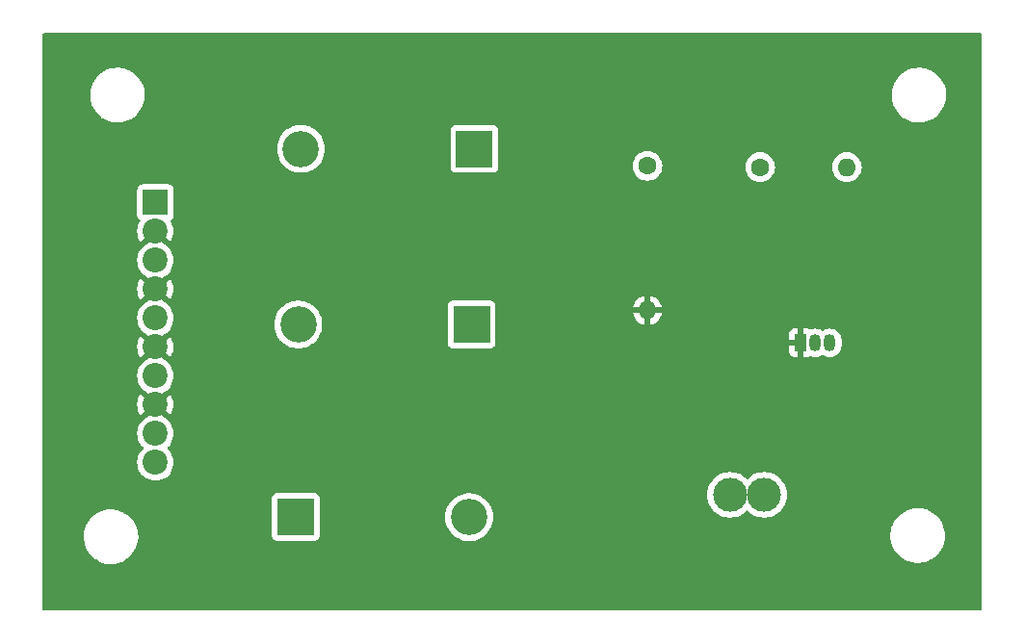
<source format=gbr>
%TF.GenerationSoftware,KiCad,Pcbnew,7.0.8*%
%TF.CreationDate,2025-03-29T18:24:55-04:00*%
%TF.ProjectId,v2315power,76323331-3570-46f7-9765-722e6b696361,rev?*%
%TF.SameCoordinates,Original*%
%TF.FileFunction,Copper,L2,Bot*%
%TF.FilePolarity,Positive*%
%FSLAX46Y46*%
G04 Gerber Fmt 4.6, Leading zero omitted, Abs format (unit mm)*
G04 Created by KiCad (PCBNEW 7.0.8) date 2025-03-29 18:24:55*
%MOMM*%
%LPD*%
G01*
G04 APERTURE LIST*
%TA.AperFunction,ComponentPad*%
%ADD10R,2.200000X2.200000*%
%TD*%
%TA.AperFunction,ComponentPad*%
%ADD11C,2.200000*%
%TD*%
%TA.AperFunction,ComponentPad*%
%ADD12C,1.600000*%
%TD*%
%TA.AperFunction,ComponentPad*%
%ADD13O,1.600000X1.600000*%
%TD*%
%TA.AperFunction,ComponentPad*%
%ADD14C,3.000000*%
%TD*%
%TA.AperFunction,ComponentPad*%
%ADD15R,3.200000X3.200000*%
%TD*%
%TA.AperFunction,ComponentPad*%
%ADD16O,3.200000X3.200000*%
%TD*%
%TA.AperFunction,ComponentPad*%
%ADD17R,1.050000X1.500000*%
%TD*%
%TA.AperFunction,ComponentPad*%
%ADD18O,1.050000X1.500000*%
%TD*%
G04 APERTURE END LIST*
D10*
%TO.P,J1,1,Pin_1*%
%TO.N,Net-(D1-A)*%
X92120000Y-80990000D03*
D11*
%TO.P,J1,2,Pin_2*%
%TO.N,GNDREF*%
X92120000Y-83530000D03*
%TO.P,J1,3,Pin_3*%
%TO.N,Net-(J1-Pin_3)*%
X92120000Y-86070000D03*
%TO.P,J1,4,Pin_4*%
%TO.N,GNDREF*%
X92120000Y-88610000D03*
%TO.P,J1,5,Pin_5*%
%TO.N,Net-(J1-Pin_3)*%
X92120000Y-91150000D03*
%TO.P,J1,6,Pin_6*%
%TO.N,GNDREF*%
X92120000Y-93690000D03*
%TO.P,J1,7,Pin_7*%
%TO.N,Net-(D3-K)*%
X92120000Y-96230000D03*
%TO.P,J1,8,Pin_8*%
%TO.N,GNDREF*%
X92120000Y-98770000D03*
%TO.P,J1,9,Pin_9*%
%TO.N,Net-(J1-Pin_3)*%
X92120000Y-101310000D03*
%TO.P,J1,10,Pin_10*%
%TO.N,Net-(D2-A)*%
X92120000Y-103850000D03*
%TD*%
D12*
%TO.P,R1,1*%
%TO.N,Net-(D1-A)*%
X135360000Y-77760000D03*
D13*
%TO.P,R1,2*%
%TO.N,GNDREF*%
X135360000Y-90460000D03*
%TD*%
D14*
%TO.P,J2,1,Pin_1*%
%TO.N,Net-(J2-Pin_1)*%
X142620000Y-106700000D03*
X145620000Y-106700000D03*
%TD*%
D15*
%TO.P,D2,1,K*%
%TO.N,Net-(D1-K)*%
X119910000Y-91720000D03*
D16*
%TO.P,D2,2,A*%
%TO.N,Net-(D2-A)*%
X104670000Y-91720000D03*
%TD*%
D17*
%TO.P,Q1,1,E*%
%TO.N,GNDREF*%
X148850000Y-93330000D03*
D18*
%TO.P,Q1,2,B*%
%TO.N,Net-(Q1-B)*%
X150120000Y-93330000D03*
%TO.P,Q1,3,C*%
%TO.N,Net-(J2-Pin_1)*%
X151390000Y-93330000D03*
%TD*%
D12*
%TO.P,R2,1*%
%TO.N,Net-(D1-A)*%
X145270000Y-77880000D03*
D13*
%TO.P,R2,2*%
%TO.N,Net-(Q1-B)*%
X152890000Y-77880000D03*
%TD*%
D15*
%TO.P,D1,1,K*%
%TO.N,Net-(D1-K)*%
X120150000Y-76270000D03*
D16*
%TO.P,D1,2,A*%
%TO.N,Net-(D1-A)*%
X104910000Y-76270000D03*
%TD*%
D15*
%TO.P,D3,1,K*%
%TO.N,Net-(D3-K)*%
X104450000Y-108660000D03*
D16*
%TO.P,D3,2,A*%
%TO.N,Net-(D1-K)*%
X119690000Y-108660000D03*
%TD*%
%TA.AperFunction,Conductor*%
%TO.N,GNDREF*%
G36*
X164692539Y-66110185D02*
G01*
X164738294Y-66162989D01*
X164749500Y-66214500D01*
X164749500Y-116746000D01*
X164729815Y-116813039D01*
X164677011Y-116858794D01*
X164625500Y-116870000D01*
X82324500Y-116870000D01*
X82257461Y-116850315D01*
X82211706Y-116797511D01*
X82200500Y-116746000D01*
X82200500Y-110312903D01*
X85805793Y-110312903D01*
X85815672Y-110620970D01*
X85815672Y-110620975D01*
X85815673Y-110620978D01*
X85864867Y-110925261D01*
X85909137Y-111074419D01*
X85952571Y-111220763D01*
X86028643Y-111392609D01*
X86077337Y-111502609D01*
X86237123Y-111766193D01*
X86237127Y-111766198D01*
X86237133Y-111766207D01*
X86429297Y-112007174D01*
X86429299Y-112007176D01*
X86429303Y-112007180D01*
X86429304Y-112007181D01*
X86650724Y-112221614D01*
X86817862Y-112346352D01*
X86897741Y-112405968D01*
X86897743Y-112405969D01*
X86897747Y-112405972D01*
X87166318Y-112557228D01*
X87288689Y-112606771D01*
X87452018Y-112672897D01*
X87452023Y-112672898D01*
X87452025Y-112672899D01*
X87750179Y-112751084D01*
X88055883Y-112790500D01*
X88055890Y-112790500D01*
X88286980Y-112790500D01*
X88385814Y-112784154D01*
X88517601Y-112775693D01*
X88820151Y-112716772D01*
X89112683Y-112619644D01*
X89112689Y-112619640D01*
X89112693Y-112619640D01*
X89341108Y-112509641D01*
X89390393Y-112485907D01*
X89648720Y-112317754D01*
X89883424Y-112117948D01*
X90090650Y-111889769D01*
X90266996Y-111636963D01*
X90409567Y-111363683D01*
X90516020Y-111074415D01*
X90584609Y-110773908D01*
X90614206Y-110467098D01*
X90609100Y-110307870D01*
X102349500Y-110307870D01*
X102349501Y-110307876D01*
X102355908Y-110367483D01*
X102406202Y-110502328D01*
X102406206Y-110502335D01*
X102492452Y-110617544D01*
X102492455Y-110617547D01*
X102607664Y-110703793D01*
X102607671Y-110703797D01*
X102742517Y-110754091D01*
X102742516Y-110754091D01*
X102749444Y-110754835D01*
X102802127Y-110760500D01*
X106097872Y-110760499D01*
X106157483Y-110754091D01*
X106292331Y-110703796D01*
X106407546Y-110617546D01*
X106493796Y-110502331D01*
X106544091Y-110367483D01*
X106550500Y-110307873D01*
X106550499Y-108660000D01*
X117584592Y-108660000D01*
X117604201Y-108946680D01*
X117662666Y-109228034D01*
X117662667Y-109228037D01*
X117758894Y-109498793D01*
X117758893Y-109498793D01*
X117891098Y-109753935D01*
X118056812Y-109988700D01*
X118113156Y-110049029D01*
X118252947Y-110198708D01*
X118475853Y-110380055D01*
X118691132Y-110510970D01*
X118721382Y-110529365D01*
X118908237Y-110610526D01*
X118984942Y-110643844D01*
X119261642Y-110721371D01*
X119499694Y-110754091D01*
X119546321Y-110760500D01*
X119546322Y-110760500D01*
X119833679Y-110760500D01*
X119880306Y-110754091D01*
X120118358Y-110721371D01*
X120395058Y-110643844D01*
X120508015Y-110594779D01*
X120658617Y-110529365D01*
X120658620Y-110529363D01*
X120658625Y-110529361D01*
X120904147Y-110380055D01*
X121121897Y-110202903D01*
X156705793Y-110202903D01*
X156715672Y-110510970D01*
X156715672Y-110510975D01*
X156715673Y-110510978D01*
X156764867Y-110815261D01*
X156809137Y-110964419D01*
X156852571Y-111110763D01*
X156964532Y-111363683D01*
X156977337Y-111392609D01*
X157137123Y-111656193D01*
X157137127Y-111656198D01*
X157137133Y-111656207D01*
X157329297Y-111897174D01*
X157329299Y-111897176D01*
X157329303Y-111897180D01*
X157329304Y-111897181D01*
X157550724Y-112111614D01*
X157698109Y-112221610D01*
X157797741Y-112295968D01*
X157797743Y-112295969D01*
X157797747Y-112295972D01*
X158066318Y-112447228D01*
X158207057Y-112504207D01*
X158352018Y-112562897D01*
X158352023Y-112562898D01*
X158352025Y-112562899D01*
X158650179Y-112641084D01*
X158955883Y-112680500D01*
X158955890Y-112680500D01*
X159186980Y-112680500D01*
X159285814Y-112674154D01*
X159417601Y-112665693D01*
X159720151Y-112606772D01*
X160012683Y-112509644D01*
X160012689Y-112509640D01*
X160012693Y-112509640D01*
X160227970Y-112405968D01*
X160290393Y-112375907D01*
X160548720Y-112207754D01*
X160783424Y-112007948D01*
X160990650Y-111779769D01*
X161166996Y-111526963D01*
X161309567Y-111253683D01*
X161416020Y-110964415D01*
X161484609Y-110663908D01*
X161514206Y-110357098D01*
X161512627Y-110307872D01*
X161509127Y-110198708D01*
X161504327Y-110049022D01*
X161455133Y-109744739D01*
X161367431Y-109449244D01*
X161367429Y-109449239D01*
X161367428Y-109449236D01*
X161242666Y-109167398D01*
X161242663Y-109167391D01*
X161082877Y-108903807D01*
X161082870Y-108903799D01*
X161082866Y-108903792D01*
X160890702Y-108662825D01*
X160890700Y-108662823D01*
X160669279Y-108448389D01*
X160669276Y-108448386D01*
X160462539Y-108294094D01*
X160422258Y-108264031D01*
X160422253Y-108264028D01*
X160153682Y-108112772D01*
X160102289Y-108091965D01*
X159867981Y-107997102D01*
X159700660Y-107953226D01*
X159569821Y-107918916D01*
X159264117Y-107879500D01*
X159033026Y-107879500D01*
X159033020Y-107879500D01*
X158802406Y-107894306D01*
X158802389Y-107894308D01*
X158499854Y-107953226D01*
X158499849Y-107953228D01*
X158207310Y-108050358D01*
X158207306Y-108050359D01*
X157929613Y-108184089D01*
X157929605Y-108184094D01*
X157671286Y-108352241D01*
X157671276Y-108352248D01*
X157436581Y-108552046D01*
X157436571Y-108552056D01*
X157229354Y-108780225D01*
X157229350Y-108780229D01*
X157053005Y-109033033D01*
X157053003Y-109033037D01*
X156910432Y-109306319D01*
X156910429Y-109306326D01*
X156803981Y-109595580D01*
X156803979Y-109595590D01*
X156735391Y-109896089D01*
X156705794Y-110202902D01*
X156705793Y-110202903D01*
X121121897Y-110202903D01*
X121127053Y-110198708D01*
X121323189Y-109988698D01*
X121488901Y-109753936D01*
X121621104Y-109498797D01*
X121717334Y-109228032D01*
X121775798Y-108946686D01*
X121795408Y-108660000D01*
X121775798Y-108373314D01*
X121717334Y-108091968D01*
X121621105Y-107821206D01*
X121621106Y-107821206D01*
X121488901Y-107566064D01*
X121323187Y-107331299D01*
X121244554Y-107247105D01*
X121127053Y-107121292D01*
X120992857Y-107012116D01*
X120904146Y-106939944D01*
X120658617Y-106790634D01*
X120449956Y-106700001D01*
X140614390Y-106700001D01*
X140634804Y-106985433D01*
X140695628Y-107265037D01*
X140695630Y-107265043D01*
X140695631Y-107265046D01*
X140795633Y-107533161D01*
X140795635Y-107533166D01*
X140932770Y-107784309D01*
X140932775Y-107784317D01*
X141104254Y-108013387D01*
X141104270Y-108013405D01*
X141306594Y-108215729D01*
X141306612Y-108215745D01*
X141535682Y-108387224D01*
X141535690Y-108387229D01*
X141786833Y-108524364D01*
X141786832Y-108524364D01*
X141786836Y-108524365D01*
X141786839Y-108524367D01*
X142054954Y-108624369D01*
X142054960Y-108624370D01*
X142054962Y-108624371D01*
X142334566Y-108685195D01*
X142334568Y-108685195D01*
X142334572Y-108685196D01*
X142588220Y-108703337D01*
X142619999Y-108705610D01*
X142620000Y-108705610D01*
X142620001Y-108705610D01*
X142648595Y-108703564D01*
X142905428Y-108685196D01*
X143008276Y-108662823D01*
X143185037Y-108624371D01*
X143185037Y-108624370D01*
X143185046Y-108624369D01*
X143453161Y-108524367D01*
X143704315Y-108387226D01*
X143933395Y-108215739D01*
X144032320Y-108116813D01*
X144093641Y-108083330D01*
X144163333Y-108088314D01*
X144207679Y-108116813D01*
X144274955Y-108184089D01*
X144306602Y-108215736D01*
X144306612Y-108215745D01*
X144535682Y-108387224D01*
X144535690Y-108387229D01*
X144786833Y-108524364D01*
X144786832Y-108524364D01*
X144786836Y-108524365D01*
X144786839Y-108524367D01*
X145054954Y-108624369D01*
X145054960Y-108624370D01*
X145054962Y-108624371D01*
X145334566Y-108685195D01*
X145334568Y-108685195D01*
X145334572Y-108685196D01*
X145588220Y-108703337D01*
X145619999Y-108705610D01*
X145620000Y-108705610D01*
X145620001Y-108705610D01*
X145648595Y-108703564D01*
X145905428Y-108685196D01*
X146008276Y-108662823D01*
X146185037Y-108624371D01*
X146185037Y-108624370D01*
X146185046Y-108624369D01*
X146453161Y-108524367D01*
X146704315Y-108387226D01*
X146933395Y-108215739D01*
X147135739Y-108013395D01*
X147307226Y-107784315D01*
X147444367Y-107533161D01*
X147544369Y-107265046D01*
X147605196Y-106985428D01*
X147625434Y-106702455D01*
X147625610Y-106700001D01*
X147625610Y-106699998D01*
X147616020Y-106565909D01*
X147605196Y-106414572D01*
X147544369Y-106134954D01*
X147444367Y-105866839D01*
X147307226Y-105615685D01*
X147307224Y-105615682D01*
X147135745Y-105386612D01*
X147135729Y-105386594D01*
X146933405Y-105184270D01*
X146933387Y-105184254D01*
X146704317Y-105012775D01*
X146704309Y-105012770D01*
X146453166Y-104875635D01*
X146453167Y-104875635D01*
X146345915Y-104835632D01*
X146185046Y-104775631D01*
X146185043Y-104775630D01*
X146185037Y-104775628D01*
X145905433Y-104714804D01*
X145620001Y-104694390D01*
X145619999Y-104694390D01*
X145334566Y-104714804D01*
X145054962Y-104775628D01*
X144786833Y-104875635D01*
X144535690Y-105012770D01*
X144535682Y-105012775D01*
X144306612Y-105184254D01*
X144306594Y-105184270D01*
X144207681Y-105283184D01*
X144146358Y-105316669D01*
X144076666Y-105311685D01*
X144032319Y-105283184D01*
X143933405Y-105184270D01*
X143933387Y-105184254D01*
X143704317Y-105012775D01*
X143704309Y-105012770D01*
X143453166Y-104875635D01*
X143453167Y-104875635D01*
X143345915Y-104835632D01*
X143185046Y-104775631D01*
X143185043Y-104775630D01*
X143185037Y-104775628D01*
X142905433Y-104714804D01*
X142620001Y-104694390D01*
X142619999Y-104694390D01*
X142334566Y-104714804D01*
X142054962Y-104775628D01*
X141786833Y-104875635D01*
X141535690Y-105012770D01*
X141535682Y-105012775D01*
X141306612Y-105184254D01*
X141306594Y-105184270D01*
X141104270Y-105386594D01*
X141104254Y-105386612D01*
X140932775Y-105615682D01*
X140932770Y-105615690D01*
X140795635Y-105866833D01*
X140695628Y-106134962D01*
X140634804Y-106414566D01*
X140614390Y-106699998D01*
X140614390Y-106700001D01*
X120449956Y-106700001D01*
X120395063Y-106676158D01*
X120395061Y-106676157D01*
X120395058Y-106676156D01*
X120265578Y-106639877D01*
X120118364Y-106598630D01*
X120118359Y-106598629D01*
X120118358Y-106598629D01*
X119976018Y-106579064D01*
X119833679Y-106559500D01*
X119833678Y-106559500D01*
X119546322Y-106559500D01*
X119546321Y-106559500D01*
X119261642Y-106598629D01*
X119261635Y-106598630D01*
X119053861Y-106656845D01*
X118984942Y-106676156D01*
X118984939Y-106676156D01*
X118984936Y-106676158D01*
X118984935Y-106676158D01*
X118721382Y-106790634D01*
X118475853Y-106939944D01*
X118252950Y-107121289D01*
X118056812Y-107331299D01*
X117891098Y-107566064D01*
X117758894Y-107821206D01*
X117662667Y-108091962D01*
X117662666Y-108091965D01*
X117604201Y-108373319D01*
X117584592Y-108660000D01*
X106550499Y-108660000D01*
X106550499Y-107012128D01*
X106544091Y-106952517D01*
X106493796Y-106817669D01*
X106493795Y-106817668D01*
X106493793Y-106817664D01*
X106407547Y-106702455D01*
X106407544Y-106702452D01*
X106292335Y-106616206D01*
X106292328Y-106616202D01*
X106157482Y-106565908D01*
X106157483Y-106565908D01*
X106097883Y-106559501D01*
X106097881Y-106559500D01*
X106097873Y-106559500D01*
X106097864Y-106559500D01*
X102802129Y-106559500D01*
X102802123Y-106559501D01*
X102742516Y-106565908D01*
X102607671Y-106616202D01*
X102607664Y-106616206D01*
X102492455Y-106702452D01*
X102492452Y-106702455D01*
X102406206Y-106817664D01*
X102406202Y-106817671D01*
X102355908Y-106952517D01*
X102349501Y-107012116D01*
X102349501Y-107012123D01*
X102349500Y-107012135D01*
X102349500Y-110307870D01*
X90609100Y-110307870D01*
X90604327Y-110159022D01*
X90555133Y-109854739D01*
X90467431Y-109559244D01*
X90467429Y-109559239D01*
X90467428Y-109559236D01*
X90342666Y-109277398D01*
X90342663Y-109277391D01*
X90182877Y-109013807D01*
X90182870Y-109013799D01*
X90182866Y-109013792D01*
X89990702Y-108772825D01*
X89990700Y-108772823D01*
X89769279Y-108558389D01*
X89769276Y-108558386D01*
X89621886Y-108448386D01*
X89522258Y-108374031D01*
X89483580Y-108352248D01*
X89253682Y-108222772D01*
X89216383Y-108207671D01*
X88967981Y-108107102D01*
X88800660Y-108063226D01*
X88669821Y-108028916D01*
X88364117Y-107989500D01*
X88133026Y-107989500D01*
X88133020Y-107989500D01*
X87902406Y-108004306D01*
X87902389Y-108004308D01*
X87599854Y-108063226D01*
X87599849Y-108063228D01*
X87307310Y-108160358D01*
X87307306Y-108160359D01*
X87029613Y-108294089D01*
X87029605Y-108294094D01*
X86771286Y-108462241D01*
X86771276Y-108462248D01*
X86536581Y-108662046D01*
X86536571Y-108662056D01*
X86329354Y-108890225D01*
X86329350Y-108890229D01*
X86153005Y-109143033D01*
X86153003Y-109143037D01*
X86010432Y-109416319D01*
X86010429Y-109416326D01*
X85903981Y-109705580D01*
X85903979Y-109705590D01*
X85835391Y-110006089D01*
X85805794Y-110312902D01*
X85805793Y-110312903D01*
X82200500Y-110312903D01*
X82200500Y-103850000D01*
X90514551Y-103850000D01*
X90534317Y-104101151D01*
X90593126Y-104346110D01*
X90689533Y-104578859D01*
X90821160Y-104793653D01*
X90821161Y-104793656D01*
X90821164Y-104793659D01*
X90984776Y-104985224D01*
X91133066Y-105111875D01*
X91176343Y-105148838D01*
X91176346Y-105148839D01*
X91391140Y-105280466D01*
X91609387Y-105370866D01*
X91623889Y-105376873D01*
X91868852Y-105435683D01*
X92120000Y-105455449D01*
X92371148Y-105435683D01*
X92616111Y-105376873D01*
X92848859Y-105280466D01*
X93063659Y-105148836D01*
X93255224Y-104985224D01*
X93418836Y-104793659D01*
X93550466Y-104578859D01*
X93646873Y-104346111D01*
X93705683Y-104101148D01*
X93725449Y-103850000D01*
X93705683Y-103598852D01*
X93646873Y-103353889D01*
X93550466Y-103121141D01*
X93550466Y-103121140D01*
X93418839Y-102906346D01*
X93418838Y-102906343D01*
X93255224Y-102714776D01*
X93207819Y-102674289D01*
X93169627Y-102615784D01*
X93169128Y-102545916D01*
X93206482Y-102486870D01*
X93207756Y-102485764D01*
X93255224Y-102445224D01*
X93418836Y-102253659D01*
X93550466Y-102038859D01*
X93646873Y-101806111D01*
X93705683Y-101561148D01*
X93725449Y-101310000D01*
X93705683Y-101058852D01*
X93646873Y-100813889D01*
X93550466Y-100581141D01*
X93550466Y-100581140D01*
X93418839Y-100366346D01*
X93418838Y-100366343D01*
X93381875Y-100323066D01*
X93255224Y-100174776D01*
X93128571Y-100066604D01*
X93063656Y-100011161D01*
X93063653Y-100011160D01*
X92931415Y-99930124D01*
X92908524Y-99912078D01*
X92291568Y-99295121D01*
X92408458Y-99244349D01*
X92525739Y-99148934D01*
X92612928Y-99025415D01*
X92643354Y-98939801D01*
X93417732Y-99714179D01*
X93418424Y-99713371D01*
X93418432Y-99713360D01*
X93550019Y-99498631D01*
X93646396Y-99265956D01*
X93705187Y-99021072D01*
X93724947Y-98770000D01*
X93705187Y-98518927D01*
X93646396Y-98274043D01*
X93550019Y-98041368D01*
X93418432Y-97826638D01*
X93418430Y-97826636D01*
X93417732Y-97825819D01*
X92645929Y-98597622D01*
X92643116Y-98584085D01*
X92573558Y-98449844D01*
X92470362Y-98339348D01*
X92341181Y-98260791D01*
X92289996Y-98246449D01*
X92908522Y-97627922D01*
X92931407Y-97609879D01*
X93063659Y-97528836D01*
X93255224Y-97365224D01*
X93418836Y-97173659D01*
X93550466Y-96958859D01*
X93646873Y-96726111D01*
X93705683Y-96481148D01*
X93725449Y-96230000D01*
X93705683Y-95978852D01*
X93646873Y-95733889D01*
X93550466Y-95501141D01*
X93550466Y-95501140D01*
X93418839Y-95286346D01*
X93418838Y-95286343D01*
X93381875Y-95243066D01*
X93255224Y-95094776D01*
X93128571Y-94986604D01*
X93063656Y-94931161D01*
X93063653Y-94931160D01*
X92931415Y-94850124D01*
X92908524Y-94832078D01*
X92291568Y-94215121D01*
X92408458Y-94164349D01*
X92525739Y-94068934D01*
X92612928Y-93945415D01*
X92643354Y-93859801D01*
X93417732Y-94634179D01*
X93418424Y-94633371D01*
X93418432Y-94633360D01*
X93550019Y-94418631D01*
X93646396Y-94185956D01*
X93660347Y-94127844D01*
X147825000Y-94127844D01*
X147831401Y-94187372D01*
X147831403Y-94187379D01*
X147881645Y-94322086D01*
X147881649Y-94322093D01*
X147967809Y-94437187D01*
X147967812Y-94437190D01*
X148082906Y-94523350D01*
X148082913Y-94523354D01*
X148217620Y-94573596D01*
X148217627Y-94573598D01*
X148277155Y-94579999D01*
X148277172Y-94580000D01*
X148600000Y-94580000D01*
X148600000Y-93610617D01*
X148669052Y-93664363D01*
X148787424Y-93705000D01*
X148881073Y-93705000D01*
X148973446Y-93689586D01*
X149083514Y-93630019D01*
X149095630Y-93616856D01*
X149099701Y-93658190D01*
X149100000Y-93664270D01*
X149100000Y-94580000D01*
X149422828Y-94580000D01*
X149422844Y-94579999D01*
X149482372Y-94573598D01*
X149482376Y-94573597D01*
X149617093Y-94523350D01*
X149624876Y-94519101D01*
X149626071Y-94521289D01*
X149679109Y-94501492D01*
X149723982Y-94506513D01*
X149725653Y-94507020D01*
X149725659Y-94507023D01*
X149918967Y-94565662D01*
X150120000Y-94585462D01*
X150321033Y-94565662D01*
X150514341Y-94507023D01*
X150692494Y-94411798D01*
X150692498Y-94411794D01*
X150696546Y-94409631D01*
X150764949Y-94395389D01*
X150813454Y-94409631D01*
X150817502Y-94411794D01*
X150817506Y-94411798D01*
X150995659Y-94507023D01*
X151188967Y-94565662D01*
X151390000Y-94585462D01*
X151591033Y-94565662D01*
X151784341Y-94507023D01*
X151962494Y-94411798D01*
X152118647Y-94283647D01*
X152246798Y-94127494D01*
X152342023Y-93949341D01*
X152400662Y-93756033D01*
X152415500Y-93605380D01*
X152415500Y-93054620D01*
X152400662Y-92903967D01*
X152342023Y-92710659D01*
X152342021Y-92710656D01*
X152342021Y-92710654D01*
X152246801Y-92532511D01*
X152246799Y-92532509D01*
X152246798Y-92532506D01*
X152178132Y-92448836D01*
X152118647Y-92376352D01*
X151962495Y-92248203D01*
X151962488Y-92248198D01*
X151784345Y-92152978D01*
X151591031Y-92094337D01*
X151390000Y-92074538D01*
X151188968Y-92094337D01*
X150995654Y-92152978D01*
X150813453Y-92250367D01*
X150745050Y-92264609D01*
X150696547Y-92250367D01*
X150514345Y-92152978D01*
X150321031Y-92094337D01*
X150120000Y-92074538D01*
X149918968Y-92094337D01*
X149781371Y-92136076D01*
X149725659Y-92152977D01*
X149725657Y-92152977D01*
X149723982Y-92153486D01*
X149654115Y-92154109D01*
X149625414Y-92139902D01*
X149624872Y-92140897D01*
X149617086Y-92136645D01*
X149482379Y-92086403D01*
X149482372Y-92086401D01*
X149422844Y-92080000D01*
X149100000Y-92080000D01*
X149100000Y-92995728D01*
X149099701Y-93001808D01*
X149095370Y-93045779D01*
X149030948Y-92995637D01*
X148912576Y-92955000D01*
X148818927Y-92955000D01*
X148726554Y-92970414D01*
X148616486Y-93029981D01*
X148600000Y-93047889D01*
X148600000Y-92080000D01*
X148277155Y-92080000D01*
X148217627Y-92086401D01*
X148217620Y-92086403D01*
X148082913Y-92136645D01*
X148082906Y-92136649D01*
X147967812Y-92222809D01*
X147967809Y-92222812D01*
X147881649Y-92337906D01*
X147881645Y-92337913D01*
X147831403Y-92472620D01*
X147831401Y-92472627D01*
X147825000Y-92532155D01*
X147825000Y-93080000D01*
X148570440Y-93080000D01*
X148531722Y-93122059D01*
X148481449Y-93236670D01*
X148471114Y-93361395D01*
X148501837Y-93482719D01*
X148565394Y-93580000D01*
X147825000Y-93580000D01*
X147825000Y-94127844D01*
X93660347Y-94127844D01*
X93705187Y-93941072D01*
X93724947Y-93690000D01*
X93705187Y-93438927D01*
X93646396Y-93194043D01*
X93550019Y-92961368D01*
X93418432Y-92746638D01*
X93418430Y-92746636D01*
X93417732Y-92745819D01*
X92645929Y-93517622D01*
X92643116Y-93504085D01*
X92573558Y-93369844D01*
X92470362Y-93259348D01*
X92341181Y-93180791D01*
X92289996Y-93166449D01*
X92908522Y-92547922D01*
X92931407Y-92529879D01*
X93063659Y-92448836D01*
X93255224Y-92285224D01*
X93418836Y-92093659D01*
X93550466Y-91878859D01*
X93616267Y-91720000D01*
X102564592Y-91720000D01*
X102584201Y-92006680D01*
X102584201Y-92006684D01*
X102584202Y-92006686D01*
X102602275Y-92093659D01*
X102642666Y-92288034D01*
X102642667Y-92288037D01*
X102738894Y-92558793D01*
X102738893Y-92558793D01*
X102871098Y-92813935D01*
X103036812Y-93048700D01*
X103121923Y-93139831D01*
X103232947Y-93258708D01*
X103455853Y-93440055D01*
X103656926Y-93562331D01*
X103701382Y-93589365D01*
X103873833Y-93664270D01*
X103964942Y-93703844D01*
X104241642Y-93781371D01*
X104479694Y-93814091D01*
X104526321Y-93820500D01*
X104526322Y-93820500D01*
X104813679Y-93820500D01*
X104860306Y-93814091D01*
X105098358Y-93781371D01*
X105375058Y-93703844D01*
X105545021Y-93630019D01*
X105638617Y-93589365D01*
X105638620Y-93589363D01*
X105638625Y-93589361D01*
X105884147Y-93440055D01*
X105972875Y-93367870D01*
X117809500Y-93367870D01*
X117809501Y-93367876D01*
X117815908Y-93427483D01*
X117866202Y-93562328D01*
X117866206Y-93562335D01*
X117952452Y-93677544D01*
X117952455Y-93677547D01*
X118067664Y-93763793D01*
X118067671Y-93763797D01*
X118202517Y-93814091D01*
X118202516Y-93814091D01*
X118209444Y-93814835D01*
X118262127Y-93820500D01*
X121557872Y-93820499D01*
X121617483Y-93814091D01*
X121752331Y-93763796D01*
X121867546Y-93677546D01*
X121953796Y-93562331D01*
X122004091Y-93427483D01*
X122010500Y-93367873D01*
X122010499Y-90209999D01*
X134081127Y-90209999D01*
X134081128Y-90210000D01*
X135044314Y-90210000D01*
X135032359Y-90221955D01*
X134974835Y-90334852D01*
X134955014Y-90460000D01*
X134974835Y-90585148D01*
X135032359Y-90698045D01*
X135044314Y-90710000D01*
X134081128Y-90710000D01*
X134133730Y-90906317D01*
X134133734Y-90906326D01*
X134229865Y-91112482D01*
X134360342Y-91298820D01*
X134521179Y-91459657D01*
X134707517Y-91590134D01*
X134913673Y-91686265D01*
X134913682Y-91686269D01*
X135109999Y-91738872D01*
X135110000Y-91738871D01*
X135110000Y-90775686D01*
X135121955Y-90787641D01*
X135234852Y-90845165D01*
X135328519Y-90860000D01*
X135391481Y-90860000D01*
X135485148Y-90845165D01*
X135598045Y-90787641D01*
X135610000Y-90775686D01*
X135610000Y-91738872D01*
X135806317Y-91686269D01*
X135806326Y-91686265D01*
X136012482Y-91590134D01*
X136198820Y-91459657D01*
X136359657Y-91298820D01*
X136490134Y-91112482D01*
X136586265Y-90906326D01*
X136586269Y-90906317D01*
X136638872Y-90710000D01*
X135675686Y-90710000D01*
X135687641Y-90698045D01*
X135745165Y-90585148D01*
X135764986Y-90460000D01*
X135745165Y-90334852D01*
X135687641Y-90221955D01*
X135675686Y-90210000D01*
X136638872Y-90210000D01*
X136638872Y-90209999D01*
X136586269Y-90013682D01*
X136586265Y-90013673D01*
X136490134Y-89807517D01*
X136359657Y-89621179D01*
X136198820Y-89460342D01*
X136012482Y-89329865D01*
X135806328Y-89233734D01*
X135610000Y-89181127D01*
X135610000Y-90144314D01*
X135598045Y-90132359D01*
X135485148Y-90074835D01*
X135391481Y-90060000D01*
X135328519Y-90060000D01*
X135234852Y-90074835D01*
X135121955Y-90132359D01*
X135110000Y-90144314D01*
X135110000Y-89181127D01*
X134913671Y-89233734D01*
X134707517Y-89329865D01*
X134521179Y-89460342D01*
X134360342Y-89621179D01*
X134229865Y-89807517D01*
X134133734Y-90013673D01*
X134133730Y-90013682D01*
X134081127Y-90209999D01*
X122010499Y-90209999D01*
X122010499Y-90072128D01*
X122004091Y-90012517D01*
X121953796Y-89877669D01*
X121953795Y-89877668D01*
X121953793Y-89877664D01*
X121867547Y-89762455D01*
X121867544Y-89762452D01*
X121752335Y-89676206D01*
X121752328Y-89676202D01*
X121617482Y-89625908D01*
X121617483Y-89625908D01*
X121557883Y-89619501D01*
X121557881Y-89619500D01*
X121557873Y-89619500D01*
X121557864Y-89619500D01*
X118262129Y-89619500D01*
X118262123Y-89619501D01*
X118202516Y-89625908D01*
X118067671Y-89676202D01*
X118067664Y-89676206D01*
X117952455Y-89762452D01*
X117952452Y-89762455D01*
X117866206Y-89877664D01*
X117866202Y-89877671D01*
X117815908Y-90012517D01*
X117809501Y-90072116D01*
X117809501Y-90072123D01*
X117809500Y-90072135D01*
X117809500Y-93367870D01*
X105972875Y-93367870D01*
X106107053Y-93258708D01*
X106303189Y-93048698D01*
X106468901Y-92813936D01*
X106601104Y-92558797D01*
X106697334Y-92288032D01*
X106755798Y-92006686D01*
X106775408Y-91720000D01*
X106755798Y-91433314D01*
X106697334Y-91151968D01*
X106601105Y-90881206D01*
X106601106Y-90881206D01*
X106468901Y-90626064D01*
X106303187Y-90391299D01*
X106224554Y-90307105D01*
X106107053Y-90181292D01*
X105884147Y-89999945D01*
X105884146Y-89999944D01*
X105638617Y-89850634D01*
X105375063Y-89736158D01*
X105375061Y-89736157D01*
X105375058Y-89736156D01*
X105245578Y-89699877D01*
X105098364Y-89658630D01*
X105098359Y-89658629D01*
X105098358Y-89658629D01*
X104956018Y-89639064D01*
X104813679Y-89619500D01*
X104813678Y-89619500D01*
X104526322Y-89619500D01*
X104526321Y-89619500D01*
X104241642Y-89658629D01*
X104241635Y-89658630D01*
X104033861Y-89716845D01*
X103964942Y-89736156D01*
X103964939Y-89736156D01*
X103964936Y-89736158D01*
X103964935Y-89736158D01*
X103701382Y-89850634D01*
X103455853Y-89999944D01*
X103232950Y-90181289D01*
X103036812Y-90391299D01*
X102871098Y-90626064D01*
X102738894Y-90881206D01*
X102642667Y-91151962D01*
X102642666Y-91151965D01*
X102584201Y-91433319D01*
X102564592Y-91720000D01*
X93616267Y-91720000D01*
X93646873Y-91646111D01*
X93705683Y-91401148D01*
X93725449Y-91150000D01*
X93705683Y-90898852D01*
X93646873Y-90653889D01*
X93550466Y-90421141D01*
X93550466Y-90421140D01*
X93418839Y-90206346D01*
X93418838Y-90206343D01*
X93304213Y-90072135D01*
X93255224Y-90014776D01*
X93094695Y-89877671D01*
X93063656Y-89851161D01*
X93063653Y-89851160D01*
X92931415Y-89770124D01*
X92908524Y-89752078D01*
X92291568Y-89135121D01*
X92408458Y-89084349D01*
X92525739Y-88988934D01*
X92612928Y-88865415D01*
X92643354Y-88779801D01*
X93417732Y-89554179D01*
X93418424Y-89553371D01*
X93418432Y-89553360D01*
X93550019Y-89338631D01*
X93646396Y-89105956D01*
X93705187Y-88861072D01*
X93724947Y-88610000D01*
X93705187Y-88358927D01*
X93646396Y-88114043D01*
X93550019Y-87881368D01*
X93418432Y-87666638D01*
X93418430Y-87666636D01*
X93417732Y-87665819D01*
X92645929Y-88437622D01*
X92643116Y-88424085D01*
X92573558Y-88289844D01*
X92470362Y-88179348D01*
X92341181Y-88100791D01*
X92289996Y-88086449D01*
X92908522Y-87467922D01*
X92931407Y-87449879D01*
X93063659Y-87368836D01*
X93255224Y-87205224D01*
X93418836Y-87013659D01*
X93550466Y-86798859D01*
X93646873Y-86566111D01*
X93705683Y-86321148D01*
X93725449Y-86070000D01*
X93705683Y-85818852D01*
X93646873Y-85573889D01*
X93550466Y-85341141D01*
X93550466Y-85341140D01*
X93418839Y-85126346D01*
X93418838Y-85126343D01*
X93381875Y-85083066D01*
X93255224Y-84934776D01*
X93128571Y-84826604D01*
X93063656Y-84771161D01*
X93063653Y-84771160D01*
X92931415Y-84690124D01*
X92908524Y-84672078D01*
X92291568Y-84055121D01*
X92408458Y-84004349D01*
X92525739Y-83908934D01*
X92612928Y-83785415D01*
X92643354Y-83699801D01*
X93417732Y-84474179D01*
X93418424Y-84473371D01*
X93418432Y-84473360D01*
X93550019Y-84258631D01*
X93646396Y-84025956D01*
X93705187Y-83781072D01*
X93724947Y-83530000D01*
X93705187Y-83278927D01*
X93646396Y-83034043D01*
X93550019Y-82801368D01*
X93469077Y-82669284D01*
X93450832Y-82601839D01*
X93471948Y-82535236D01*
X93500489Y-82505230D01*
X93577546Y-82447546D01*
X93663796Y-82332331D01*
X93714091Y-82197483D01*
X93720500Y-82137873D01*
X93720499Y-79842128D01*
X93714091Y-79782517D01*
X93663796Y-79647669D01*
X93663795Y-79647668D01*
X93663793Y-79647664D01*
X93577547Y-79532455D01*
X93577544Y-79532452D01*
X93462335Y-79446206D01*
X93462328Y-79446202D01*
X93327482Y-79395908D01*
X93327483Y-79395908D01*
X93267883Y-79389501D01*
X93267881Y-79389500D01*
X93267873Y-79389500D01*
X93267864Y-79389500D01*
X90972129Y-79389500D01*
X90972123Y-79389501D01*
X90912516Y-79395908D01*
X90777671Y-79446202D01*
X90777664Y-79446206D01*
X90662455Y-79532452D01*
X90662452Y-79532455D01*
X90576206Y-79647664D01*
X90576202Y-79647671D01*
X90525908Y-79782517D01*
X90519501Y-79842116D01*
X90519501Y-79842123D01*
X90519500Y-79842135D01*
X90519500Y-82137870D01*
X90519501Y-82137876D01*
X90525908Y-82197483D01*
X90576202Y-82332328D01*
X90576206Y-82332335D01*
X90662452Y-82447544D01*
X90662455Y-82447547D01*
X90739506Y-82505228D01*
X90781377Y-82561162D01*
X90786361Y-82630853D01*
X90770923Y-82669284D01*
X90689978Y-82801373D01*
X90593603Y-83034043D01*
X90534812Y-83278927D01*
X90515052Y-83530000D01*
X90534812Y-83781072D01*
X90593603Y-84025956D01*
X90689980Y-84258631D01*
X90821566Y-84473358D01*
X90821577Y-84473374D01*
X90822264Y-84474178D01*
X90822266Y-84474178D01*
X91594070Y-83702374D01*
X91596884Y-83715915D01*
X91666442Y-83850156D01*
X91769638Y-83960652D01*
X91898819Y-84039209D01*
X91950002Y-84053550D01*
X91331473Y-84672079D01*
X91308582Y-84690125D01*
X91176346Y-84771160D01*
X91176343Y-84771161D01*
X90984776Y-84934776D01*
X90821161Y-85126343D01*
X90821160Y-85126346D01*
X90689533Y-85341140D01*
X90593126Y-85573889D01*
X90534317Y-85818848D01*
X90514551Y-86070000D01*
X90534317Y-86321151D01*
X90593126Y-86566110D01*
X90689533Y-86798859D01*
X90821160Y-87013653D01*
X90821161Y-87013656D01*
X90821164Y-87013659D01*
X90984776Y-87205224D01*
X91176341Y-87368836D01*
X91308585Y-87449875D01*
X91331474Y-87467920D01*
X91948432Y-88084878D01*
X91831542Y-88135651D01*
X91714261Y-88231066D01*
X91627072Y-88354585D01*
X91596644Y-88440198D01*
X90822266Y-87665820D01*
X90821568Y-87666637D01*
X90689980Y-87881368D01*
X90593603Y-88114043D01*
X90534812Y-88358927D01*
X90515052Y-88610000D01*
X90534812Y-88861072D01*
X90593603Y-89105956D01*
X90689980Y-89338631D01*
X90821566Y-89553358D01*
X90821577Y-89553374D01*
X90822264Y-89554178D01*
X90822266Y-89554178D01*
X91594070Y-88782375D01*
X91596884Y-88795915D01*
X91666442Y-88930156D01*
X91769638Y-89040652D01*
X91898819Y-89119209D01*
X91950002Y-89133550D01*
X91331473Y-89752079D01*
X91308582Y-89770125D01*
X91176346Y-89851160D01*
X91176343Y-89851161D01*
X90984776Y-90014776D01*
X90821161Y-90206343D01*
X90821160Y-90206346D01*
X90689533Y-90421140D01*
X90593126Y-90653889D01*
X90534317Y-90898848D01*
X90514551Y-91150000D01*
X90534317Y-91401151D01*
X90593126Y-91646110D01*
X90689533Y-91878859D01*
X90821160Y-92093653D01*
X90821161Y-92093656D01*
X90857881Y-92136649D01*
X90984776Y-92285224D01*
X91176341Y-92448836D01*
X91308585Y-92529875D01*
X91331474Y-92547920D01*
X91948432Y-93164878D01*
X91831542Y-93215651D01*
X91714261Y-93311066D01*
X91627072Y-93434585D01*
X91596644Y-93520198D01*
X90822266Y-92745820D01*
X90821568Y-92746637D01*
X90689980Y-92961368D01*
X90593603Y-93194043D01*
X90534812Y-93438927D01*
X90515052Y-93690000D01*
X90534812Y-93941072D01*
X90593603Y-94185956D01*
X90689980Y-94418631D01*
X90821566Y-94633358D01*
X90821577Y-94633374D01*
X90822264Y-94634178D01*
X90822266Y-94634178D01*
X91594070Y-93862375D01*
X91596884Y-93875915D01*
X91666442Y-94010156D01*
X91769638Y-94120652D01*
X91898819Y-94199209D01*
X91950002Y-94213550D01*
X91331473Y-94832079D01*
X91308582Y-94850125D01*
X91176346Y-94931160D01*
X91176343Y-94931161D01*
X90984776Y-95094776D01*
X90821161Y-95286343D01*
X90821160Y-95286346D01*
X90689533Y-95501140D01*
X90593126Y-95733889D01*
X90534317Y-95978848D01*
X90514551Y-96230000D01*
X90534317Y-96481151D01*
X90593126Y-96726110D01*
X90689533Y-96958859D01*
X90821160Y-97173653D01*
X90821161Y-97173656D01*
X90821164Y-97173659D01*
X90984776Y-97365224D01*
X91176341Y-97528836D01*
X91308585Y-97609875D01*
X91331474Y-97627920D01*
X91948432Y-98244878D01*
X91831542Y-98295651D01*
X91714261Y-98391066D01*
X91627072Y-98514585D01*
X91596644Y-98600198D01*
X90822266Y-97825820D01*
X90821568Y-97826637D01*
X90689980Y-98041368D01*
X90593603Y-98274043D01*
X90534812Y-98518927D01*
X90515052Y-98770000D01*
X90534812Y-99021072D01*
X90593603Y-99265956D01*
X90689980Y-99498631D01*
X90821566Y-99713358D01*
X90821577Y-99713374D01*
X90822264Y-99714178D01*
X90822266Y-99714178D01*
X91594070Y-98942375D01*
X91596884Y-98955915D01*
X91666442Y-99090156D01*
X91769638Y-99200652D01*
X91898819Y-99279209D01*
X91950002Y-99293550D01*
X91331473Y-99912079D01*
X91308582Y-99930125D01*
X91176346Y-100011160D01*
X91176343Y-100011161D01*
X90984776Y-100174776D01*
X90821161Y-100366343D01*
X90821160Y-100366346D01*
X90689533Y-100581140D01*
X90593126Y-100813889D01*
X90534317Y-101058848D01*
X90514551Y-101310000D01*
X90534317Y-101561151D01*
X90593126Y-101806110D01*
X90689533Y-102038859D01*
X90821160Y-102253653D01*
X90821161Y-102253656D01*
X90821164Y-102253659D01*
X90984776Y-102445224D01*
X91032178Y-102485709D01*
X91032179Y-102485710D01*
X91070372Y-102544217D01*
X91070870Y-102614085D01*
X91033516Y-102673131D01*
X91032179Y-102674290D01*
X90984776Y-102714776D01*
X90821161Y-102906343D01*
X90821160Y-102906346D01*
X90689533Y-103121140D01*
X90593126Y-103353889D01*
X90534317Y-103598848D01*
X90514551Y-103850000D01*
X82200500Y-103850000D01*
X82200500Y-76270000D01*
X102804592Y-76270000D01*
X102824201Y-76556680D01*
X102824201Y-76556684D01*
X102824202Y-76556686D01*
X102839319Y-76629432D01*
X102882666Y-76838034D01*
X102882667Y-76838037D01*
X102978894Y-77108793D01*
X102978893Y-77108793D01*
X103111098Y-77363935D01*
X103276812Y-77598700D01*
X103327813Y-77653308D01*
X103472947Y-77808708D01*
X103695853Y-77990055D01*
X103896926Y-78112331D01*
X103941382Y-78139365D01*
X104095938Y-78206497D01*
X104204942Y-78253844D01*
X104481642Y-78331371D01*
X104719694Y-78364091D01*
X104766321Y-78370500D01*
X104766322Y-78370500D01*
X105053679Y-78370500D01*
X105100306Y-78364091D01*
X105338358Y-78331371D01*
X105615058Y-78253844D01*
X105728015Y-78204779D01*
X105878617Y-78139365D01*
X105878620Y-78139363D01*
X105878625Y-78139361D01*
X106124147Y-77990055D01*
X106212875Y-77917870D01*
X118049500Y-77917870D01*
X118049501Y-77917876D01*
X118055908Y-77977483D01*
X118106202Y-78112328D01*
X118106206Y-78112335D01*
X118192452Y-78227544D01*
X118192455Y-78227547D01*
X118307664Y-78313793D01*
X118307671Y-78313797D01*
X118442517Y-78364091D01*
X118442516Y-78364091D01*
X118449444Y-78364835D01*
X118502127Y-78370500D01*
X121797872Y-78370499D01*
X121857483Y-78364091D01*
X121992331Y-78313796D01*
X122107546Y-78227546D01*
X122193796Y-78112331D01*
X122244091Y-77977483D01*
X122250500Y-77917873D01*
X122250500Y-77760001D01*
X134054532Y-77760001D01*
X134074364Y-77986686D01*
X134074366Y-77986697D01*
X134133258Y-78206488D01*
X134133261Y-78206497D01*
X134229431Y-78412732D01*
X134229432Y-78412734D01*
X134359954Y-78599141D01*
X134520858Y-78760045D01*
X134520861Y-78760047D01*
X134707266Y-78890568D01*
X134913504Y-78986739D01*
X135133308Y-79045635D01*
X135295230Y-79059801D01*
X135359998Y-79065468D01*
X135360000Y-79065468D01*
X135360002Y-79065468D01*
X135416673Y-79060509D01*
X135586692Y-79045635D01*
X135806496Y-78986739D01*
X136012734Y-78890568D01*
X136199139Y-78760047D01*
X136360047Y-78599139D01*
X136490568Y-78412734D01*
X136586739Y-78206496D01*
X136645635Y-77986692D01*
X136654969Y-77880001D01*
X143964532Y-77880001D01*
X143984364Y-78106686D01*
X143984366Y-78106697D01*
X144043258Y-78326488D01*
X144043261Y-78326497D01*
X144139431Y-78532732D01*
X144139432Y-78532734D01*
X144269954Y-78719141D01*
X144430858Y-78880045D01*
X144430861Y-78880047D01*
X144617266Y-79010568D01*
X144823504Y-79106739D01*
X145043308Y-79165635D01*
X145205230Y-79179801D01*
X145269998Y-79185468D01*
X145270000Y-79185468D01*
X145270002Y-79185468D01*
X145326673Y-79180509D01*
X145496692Y-79165635D01*
X145716496Y-79106739D01*
X145922734Y-79010568D01*
X146109139Y-78880047D01*
X146270047Y-78719139D01*
X146400568Y-78532734D01*
X146496739Y-78326496D01*
X146555635Y-78106692D01*
X146575468Y-77880001D01*
X151584532Y-77880001D01*
X151604364Y-78106686D01*
X151604366Y-78106697D01*
X151663258Y-78326488D01*
X151663261Y-78326497D01*
X151759431Y-78532732D01*
X151759432Y-78532734D01*
X151889954Y-78719141D01*
X152050858Y-78880045D01*
X152050861Y-78880047D01*
X152237266Y-79010568D01*
X152443504Y-79106739D01*
X152663308Y-79165635D01*
X152825230Y-79179801D01*
X152889998Y-79185468D01*
X152890000Y-79185468D01*
X152890002Y-79185468D01*
X152946673Y-79180509D01*
X153116692Y-79165635D01*
X153336496Y-79106739D01*
X153542734Y-79010568D01*
X153729139Y-78880047D01*
X153890047Y-78719139D01*
X154020568Y-78532734D01*
X154116739Y-78326496D01*
X154175635Y-78106692D01*
X154195468Y-77880000D01*
X154175635Y-77653308D01*
X154116739Y-77433504D01*
X154020568Y-77227266D01*
X153890047Y-77040861D01*
X153890045Y-77040858D01*
X153729141Y-76879954D01*
X153542734Y-76749432D01*
X153542732Y-76749431D01*
X153336497Y-76653261D01*
X153336488Y-76653258D01*
X153116697Y-76594366D01*
X153116693Y-76594365D01*
X153116692Y-76594365D01*
X153116691Y-76594364D01*
X153116686Y-76594364D01*
X152890002Y-76574532D01*
X152889998Y-76574532D01*
X152663313Y-76594364D01*
X152663302Y-76594366D01*
X152443511Y-76653258D01*
X152443502Y-76653261D01*
X152237267Y-76749431D01*
X152237265Y-76749432D01*
X152050858Y-76879954D01*
X151889954Y-77040858D01*
X151759432Y-77227265D01*
X151759431Y-77227267D01*
X151663261Y-77433502D01*
X151663258Y-77433511D01*
X151604366Y-77653302D01*
X151604364Y-77653313D01*
X151584532Y-77879998D01*
X151584532Y-77880001D01*
X146575468Y-77880001D01*
X146575468Y-77880000D01*
X146555635Y-77653308D01*
X146496739Y-77433504D01*
X146400568Y-77227266D01*
X146270047Y-77040861D01*
X146270045Y-77040858D01*
X146109141Y-76879954D01*
X145922734Y-76749432D01*
X145922732Y-76749431D01*
X145716497Y-76653261D01*
X145716488Y-76653258D01*
X145496697Y-76594366D01*
X145496693Y-76594365D01*
X145496692Y-76594365D01*
X145496691Y-76594364D01*
X145496686Y-76594364D01*
X145270002Y-76574532D01*
X145269998Y-76574532D01*
X145043313Y-76594364D01*
X145043302Y-76594366D01*
X144823511Y-76653258D01*
X144823502Y-76653261D01*
X144617267Y-76749431D01*
X144617265Y-76749432D01*
X144430858Y-76879954D01*
X144269954Y-77040858D01*
X144139432Y-77227265D01*
X144139431Y-77227267D01*
X144043261Y-77433502D01*
X144043258Y-77433511D01*
X143984366Y-77653302D01*
X143984364Y-77653313D01*
X143964532Y-77879998D01*
X143964532Y-77880001D01*
X136654969Y-77880001D01*
X136665468Y-77760000D01*
X136645635Y-77533308D01*
X136586739Y-77313504D01*
X136490568Y-77107266D01*
X136360047Y-76920861D01*
X136360045Y-76920858D01*
X136199141Y-76759954D01*
X136012734Y-76629432D01*
X136012732Y-76629431D01*
X135806497Y-76533261D01*
X135806488Y-76533258D01*
X135586697Y-76474366D01*
X135586693Y-76474365D01*
X135586692Y-76474365D01*
X135586691Y-76474364D01*
X135586686Y-76474364D01*
X135360002Y-76454532D01*
X135359998Y-76454532D01*
X135133313Y-76474364D01*
X135133302Y-76474366D01*
X134913511Y-76533258D01*
X134913502Y-76533261D01*
X134707267Y-76629431D01*
X134707265Y-76629432D01*
X134520858Y-76759954D01*
X134359954Y-76920858D01*
X134229432Y-77107265D01*
X134229431Y-77107267D01*
X134133261Y-77313502D01*
X134133258Y-77313511D01*
X134074366Y-77533302D01*
X134074364Y-77533313D01*
X134054532Y-77759998D01*
X134054532Y-77760001D01*
X122250500Y-77760001D01*
X122250499Y-74622128D01*
X122244091Y-74562517D01*
X122193796Y-74427669D01*
X122193795Y-74427668D01*
X122193793Y-74427664D01*
X122107547Y-74312455D01*
X122107544Y-74312452D01*
X121992335Y-74226206D01*
X121992328Y-74226202D01*
X121857482Y-74175908D01*
X121857483Y-74175908D01*
X121797883Y-74169501D01*
X121797881Y-74169500D01*
X121797873Y-74169500D01*
X121797864Y-74169500D01*
X118502129Y-74169500D01*
X118502123Y-74169501D01*
X118442516Y-74175908D01*
X118307671Y-74226202D01*
X118307664Y-74226206D01*
X118192455Y-74312452D01*
X118192452Y-74312455D01*
X118106206Y-74427664D01*
X118106202Y-74427671D01*
X118055908Y-74562517D01*
X118049501Y-74622116D01*
X118049501Y-74622123D01*
X118049500Y-74622135D01*
X118049500Y-77917870D01*
X106212875Y-77917870D01*
X106347053Y-77808708D01*
X106543189Y-77598698D01*
X106708901Y-77363936D01*
X106841104Y-77108797D01*
X106937334Y-76838032D01*
X106995798Y-76556686D01*
X107015408Y-76270000D01*
X106995798Y-75983314D01*
X106937334Y-75701968D01*
X106841105Y-75431206D01*
X106841106Y-75431206D01*
X106708901Y-75176064D01*
X106543187Y-74941299D01*
X106464554Y-74857105D01*
X106347053Y-74731292D01*
X106124147Y-74549945D01*
X106124146Y-74549944D01*
X105878617Y-74400634D01*
X105615063Y-74286158D01*
X105615061Y-74286157D01*
X105615058Y-74286156D01*
X105485578Y-74249877D01*
X105338364Y-74208630D01*
X105338359Y-74208629D01*
X105338358Y-74208629D01*
X105196018Y-74189064D01*
X105053679Y-74169500D01*
X105053678Y-74169500D01*
X104766322Y-74169500D01*
X104766321Y-74169500D01*
X104481642Y-74208629D01*
X104481635Y-74208630D01*
X104273861Y-74266845D01*
X104204942Y-74286156D01*
X104204939Y-74286156D01*
X104204936Y-74286158D01*
X104204935Y-74286158D01*
X103941382Y-74400634D01*
X103695853Y-74549944D01*
X103472950Y-74731289D01*
X103276812Y-74941299D01*
X103111098Y-75176064D01*
X102978894Y-75431206D01*
X102882667Y-75701962D01*
X102882666Y-75701965D01*
X102824201Y-75983319D01*
X102804592Y-76270000D01*
X82200500Y-76270000D01*
X82200500Y-71462903D01*
X86375793Y-71462903D01*
X86385672Y-71770970D01*
X86385672Y-71770975D01*
X86385673Y-71770978D01*
X86434867Y-72075261D01*
X86479137Y-72224419D01*
X86522571Y-72370763D01*
X86647333Y-72652601D01*
X86647337Y-72652609D01*
X86807123Y-72916193D01*
X86807127Y-72916198D01*
X86807133Y-72916207D01*
X86999297Y-73157174D01*
X86999299Y-73157176D01*
X86999303Y-73157180D01*
X86999304Y-73157181D01*
X87220724Y-73371614D01*
X87387862Y-73496352D01*
X87467741Y-73555968D01*
X87467743Y-73555969D01*
X87467747Y-73555972D01*
X87736318Y-73707228D01*
X87877057Y-73764207D01*
X88022018Y-73822897D01*
X88022023Y-73822898D01*
X88022025Y-73822899D01*
X88320179Y-73901084D01*
X88625883Y-73940500D01*
X88625890Y-73940500D01*
X88856980Y-73940500D01*
X88955814Y-73934154D01*
X89087601Y-73925693D01*
X89390151Y-73866772D01*
X89682683Y-73769644D01*
X89682689Y-73769640D01*
X89682693Y-73769640D01*
X89873571Y-73677717D01*
X89960393Y-73635907D01*
X90218720Y-73467754D01*
X90453424Y-73267948D01*
X90660650Y-73039769D01*
X90836996Y-72786963D01*
X90979567Y-72513683D01*
X91086020Y-72224415D01*
X91154609Y-71923908D01*
X91184206Y-71617098D01*
X91179261Y-71462903D01*
X156815793Y-71462903D01*
X156825672Y-71770970D01*
X156825672Y-71770975D01*
X156825673Y-71770978D01*
X156874867Y-72075261D01*
X156919137Y-72224419D01*
X156962571Y-72370763D01*
X157087333Y-72652601D01*
X157087337Y-72652609D01*
X157247123Y-72916193D01*
X157247127Y-72916198D01*
X157247133Y-72916207D01*
X157439297Y-73157174D01*
X157439299Y-73157176D01*
X157439303Y-73157180D01*
X157439304Y-73157181D01*
X157660724Y-73371614D01*
X157827862Y-73496352D01*
X157907741Y-73555968D01*
X157907743Y-73555969D01*
X157907747Y-73555972D01*
X158176318Y-73707228D01*
X158317057Y-73764207D01*
X158462018Y-73822897D01*
X158462023Y-73822898D01*
X158462025Y-73822899D01*
X158760179Y-73901084D01*
X159065883Y-73940500D01*
X159065890Y-73940500D01*
X159296980Y-73940500D01*
X159395814Y-73934154D01*
X159527601Y-73925693D01*
X159830151Y-73866772D01*
X160122683Y-73769644D01*
X160122689Y-73769640D01*
X160122693Y-73769640D01*
X160313571Y-73677717D01*
X160400393Y-73635907D01*
X160658720Y-73467754D01*
X160893424Y-73267948D01*
X161100650Y-73039769D01*
X161276996Y-72786963D01*
X161419567Y-72513683D01*
X161526020Y-72224415D01*
X161594609Y-71923908D01*
X161624206Y-71617098D01*
X161614327Y-71309022D01*
X161565133Y-71004739D01*
X161477431Y-70709244D01*
X161477429Y-70709239D01*
X161477428Y-70709236D01*
X161352666Y-70427398D01*
X161352663Y-70427391D01*
X161192877Y-70163807D01*
X161192870Y-70163799D01*
X161192866Y-70163792D01*
X161000702Y-69922825D01*
X161000700Y-69922823D01*
X160779279Y-69708389D01*
X160779276Y-69708386D01*
X160650450Y-69612241D01*
X160532258Y-69524031D01*
X160532253Y-69524028D01*
X160263682Y-69372772D01*
X160226383Y-69357671D01*
X159977981Y-69257102D01*
X159810660Y-69213226D01*
X159679821Y-69178916D01*
X159374117Y-69139500D01*
X159143026Y-69139500D01*
X159143020Y-69139500D01*
X158912406Y-69154306D01*
X158912389Y-69154308D01*
X158609854Y-69213226D01*
X158609849Y-69213228D01*
X158317310Y-69310358D01*
X158317306Y-69310359D01*
X158039613Y-69444089D01*
X158039605Y-69444094D01*
X157781286Y-69612241D01*
X157781276Y-69612248D01*
X157546581Y-69812046D01*
X157546571Y-69812056D01*
X157339354Y-70040225D01*
X157339350Y-70040229D01*
X157163005Y-70293033D01*
X157163003Y-70293037D01*
X157020432Y-70566319D01*
X157020429Y-70566326D01*
X156913981Y-70855580D01*
X156913979Y-70855590D01*
X156845391Y-71156089D01*
X156815794Y-71462902D01*
X156815793Y-71462903D01*
X91179261Y-71462903D01*
X91174327Y-71309022D01*
X91125133Y-71004739D01*
X91037431Y-70709244D01*
X91037429Y-70709239D01*
X91037428Y-70709236D01*
X90912666Y-70427398D01*
X90912663Y-70427391D01*
X90752877Y-70163807D01*
X90752870Y-70163799D01*
X90752866Y-70163792D01*
X90560702Y-69922825D01*
X90560700Y-69922823D01*
X90339279Y-69708389D01*
X90339276Y-69708386D01*
X90210450Y-69612241D01*
X90092258Y-69524031D01*
X90092253Y-69524028D01*
X89823682Y-69372772D01*
X89786383Y-69357671D01*
X89537981Y-69257102D01*
X89370660Y-69213226D01*
X89239821Y-69178916D01*
X88934117Y-69139500D01*
X88703026Y-69139500D01*
X88703020Y-69139500D01*
X88472406Y-69154306D01*
X88472389Y-69154308D01*
X88169854Y-69213226D01*
X88169849Y-69213228D01*
X87877310Y-69310358D01*
X87877306Y-69310359D01*
X87599613Y-69444089D01*
X87599605Y-69444094D01*
X87341286Y-69612241D01*
X87341276Y-69612248D01*
X87106581Y-69812046D01*
X87106571Y-69812056D01*
X86899354Y-70040225D01*
X86899350Y-70040229D01*
X86723005Y-70293033D01*
X86723003Y-70293037D01*
X86580432Y-70566319D01*
X86580429Y-70566326D01*
X86473981Y-70855580D01*
X86473979Y-70855590D01*
X86405391Y-71156089D01*
X86375794Y-71462902D01*
X86375793Y-71462903D01*
X82200500Y-71462903D01*
X82200500Y-66214500D01*
X82220185Y-66147461D01*
X82272989Y-66101706D01*
X82324500Y-66090500D01*
X164625500Y-66090500D01*
X164692539Y-66110185D01*
G37*
%TD.AperFunction*%
%TD*%
M02*

</source>
